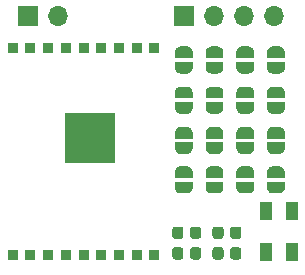
<source format=gbr>
%TF.GenerationSoftware,KiCad,Pcbnew,5.1.9*%
%TF.CreationDate,2021-01-20T22:35:35+01:00*%
%TF.ProjectId,wi-se-rewirable,77692d73-652d-4726-9577-697261626c65,rev?*%
%TF.SameCoordinates,Original*%
%TF.FileFunction,Soldermask,Top*%
%TF.FilePolarity,Negative*%
%FSLAX46Y46*%
G04 Gerber Fmt 4.6, Leading zero omitted, Abs format (unit mm)*
G04 Created by KiCad (PCBNEW 5.1.9) date 2021-01-20 22:35:35*
%MOMM*%
%LPD*%
G01*
G04 APERTURE LIST*
%ADD10R,1.000000X1.500000*%
%ADD11R,1.700000X1.700000*%
%ADD12O,1.700000X1.700000*%
%ADD13C,0.100000*%
%ADD14R,0.912500X0.850000*%
%ADD15R,4.300000X4.300000*%
G04 APERTURE END LIST*
D10*
%TO.C,SW1*%
X127025000Y-84950000D03*
X124825000Y-84950000D03*
X124825000Y-81450000D03*
X127025000Y-81450000D03*
%TD*%
%TO.C,D1*%
G36*
G01*
X117637500Y-83850000D02*
X117162500Y-83850000D01*
G75*
G02*
X116925000Y-83612500I0J237500D01*
G01*
X116925000Y-83037500D01*
G75*
G02*
X117162500Y-82800000I237500J0D01*
G01*
X117637500Y-82800000D01*
G75*
G02*
X117875000Y-83037500I0J-237500D01*
G01*
X117875000Y-83612500D01*
G75*
G02*
X117637500Y-83850000I-237500J0D01*
G01*
G37*
G36*
G01*
X117637500Y-85600000D02*
X117162500Y-85600000D01*
G75*
G02*
X116925000Y-85362500I0J237500D01*
G01*
X116925000Y-84787500D01*
G75*
G02*
X117162500Y-84550000I237500J0D01*
G01*
X117637500Y-84550000D01*
G75*
G02*
X117875000Y-84787500I0J-237500D01*
G01*
X117875000Y-85362500D01*
G75*
G02*
X117637500Y-85600000I-237500J0D01*
G01*
G37*
%TD*%
%TO.C,D2*%
G36*
G01*
X119137500Y-85600000D02*
X118662500Y-85600000D01*
G75*
G02*
X118425000Y-85362500I0J237500D01*
G01*
X118425000Y-84787500D01*
G75*
G02*
X118662500Y-84550000I237500J0D01*
G01*
X119137500Y-84550000D01*
G75*
G02*
X119375000Y-84787500I0J-237500D01*
G01*
X119375000Y-85362500D01*
G75*
G02*
X119137500Y-85600000I-237500J0D01*
G01*
G37*
G36*
G01*
X119137500Y-83850000D02*
X118662500Y-83850000D01*
G75*
G02*
X118425000Y-83612500I0J237500D01*
G01*
X118425000Y-83037500D01*
G75*
G02*
X118662500Y-82800000I237500J0D01*
G01*
X119137500Y-82800000D01*
G75*
G02*
X119375000Y-83037500I0J-237500D01*
G01*
X119375000Y-83612500D01*
G75*
G02*
X119137500Y-83850000I-237500J0D01*
G01*
G37*
%TD*%
%TO.C,D3*%
G36*
G01*
X122537500Y-83850000D02*
X122062500Y-83850000D01*
G75*
G02*
X121825000Y-83612500I0J237500D01*
G01*
X121825000Y-83037500D01*
G75*
G02*
X122062500Y-82800000I237500J0D01*
G01*
X122537500Y-82800000D01*
G75*
G02*
X122775000Y-83037500I0J-237500D01*
G01*
X122775000Y-83612500D01*
G75*
G02*
X122537500Y-83850000I-237500J0D01*
G01*
G37*
G36*
G01*
X122537500Y-85600000D02*
X122062500Y-85600000D01*
G75*
G02*
X121825000Y-85362500I0J237500D01*
G01*
X121825000Y-84787500D01*
G75*
G02*
X122062500Y-84550000I237500J0D01*
G01*
X122537500Y-84550000D01*
G75*
G02*
X122775000Y-84787500I0J-237500D01*
G01*
X122775000Y-85362500D01*
G75*
G02*
X122537500Y-85600000I-237500J0D01*
G01*
G37*
%TD*%
%TO.C,D4*%
G36*
G01*
X121037500Y-85600000D02*
X120562500Y-85600000D01*
G75*
G02*
X120325000Y-85362500I0J237500D01*
G01*
X120325000Y-84787500D01*
G75*
G02*
X120562500Y-84550000I237500J0D01*
G01*
X121037500Y-84550000D01*
G75*
G02*
X121275000Y-84787500I0J-237500D01*
G01*
X121275000Y-85362500D01*
G75*
G02*
X121037500Y-85600000I-237500J0D01*
G01*
G37*
G36*
G01*
X121037500Y-83850000D02*
X120562500Y-83850000D01*
G75*
G02*
X120325000Y-83612500I0J237500D01*
G01*
X120325000Y-83037500D01*
G75*
G02*
X120562500Y-82800000I237500J0D01*
G01*
X121037500Y-82800000D01*
G75*
G02*
X121275000Y-83037500I0J-237500D01*
G01*
X121275000Y-83612500D01*
G75*
G02*
X121037500Y-83850000I-237500J0D01*
G01*
G37*
%TD*%
D11*
%TO.C,J1*%
X104750000Y-65000000D03*
D12*
X107290000Y-65000000D03*
%TD*%
D11*
%TO.C,J2*%
X117920000Y-65000000D03*
D12*
X120460000Y-65000000D03*
X123000000Y-65000000D03*
X125540000Y-65000000D03*
%TD*%
D13*
%TO.C,JP1*%
G36*
X118649398Y-79500000D02*
G01*
X118649398Y-79524534D01*
X118644588Y-79573365D01*
X118635016Y-79621490D01*
X118620772Y-79668445D01*
X118601995Y-79713778D01*
X118578864Y-79757051D01*
X118551604Y-79797850D01*
X118520476Y-79835779D01*
X118485779Y-79870476D01*
X118447850Y-79901604D01*
X118407051Y-79928864D01*
X118363778Y-79951995D01*
X118318445Y-79970772D01*
X118271490Y-79985016D01*
X118223365Y-79994588D01*
X118174534Y-79999398D01*
X118150000Y-79999398D01*
X118150000Y-80000000D01*
X117650000Y-80000000D01*
X117650000Y-79999398D01*
X117625466Y-79999398D01*
X117576635Y-79994588D01*
X117528510Y-79985016D01*
X117481555Y-79970772D01*
X117436222Y-79951995D01*
X117392949Y-79928864D01*
X117352150Y-79901604D01*
X117314221Y-79870476D01*
X117279524Y-79835779D01*
X117248396Y-79797850D01*
X117221136Y-79757051D01*
X117198005Y-79713778D01*
X117179228Y-79668445D01*
X117164984Y-79621490D01*
X117155412Y-79573365D01*
X117150602Y-79524534D01*
X117150602Y-79500000D01*
X117150000Y-79500000D01*
X117150000Y-79000000D01*
X118650000Y-79000000D01*
X118650000Y-79500000D01*
X118649398Y-79500000D01*
G37*
G36*
X117150000Y-78700000D02*
G01*
X117150000Y-78200000D01*
X117150602Y-78200000D01*
X117150602Y-78175466D01*
X117155412Y-78126635D01*
X117164984Y-78078510D01*
X117179228Y-78031555D01*
X117198005Y-77986222D01*
X117221136Y-77942949D01*
X117248396Y-77902150D01*
X117279524Y-77864221D01*
X117314221Y-77829524D01*
X117352150Y-77798396D01*
X117392949Y-77771136D01*
X117436222Y-77748005D01*
X117481555Y-77729228D01*
X117528510Y-77714984D01*
X117576635Y-77705412D01*
X117625466Y-77700602D01*
X117650000Y-77700602D01*
X117650000Y-77700000D01*
X118150000Y-77700000D01*
X118150000Y-77700602D01*
X118174534Y-77700602D01*
X118223365Y-77705412D01*
X118271490Y-77714984D01*
X118318445Y-77729228D01*
X118363778Y-77748005D01*
X118407051Y-77771136D01*
X118447850Y-77798396D01*
X118485779Y-77829524D01*
X118520476Y-77864221D01*
X118551604Y-77902150D01*
X118578864Y-77942949D01*
X118601995Y-77986222D01*
X118620772Y-78031555D01*
X118635016Y-78078510D01*
X118644588Y-78126635D01*
X118649398Y-78175466D01*
X118649398Y-78200000D01*
X118650000Y-78200000D01*
X118650000Y-78700000D01*
X117150000Y-78700000D01*
G37*
%TD*%
%TO.C,JP2*%
G36*
X119750000Y-78700000D02*
G01*
X119750000Y-78200000D01*
X119750602Y-78200000D01*
X119750602Y-78175466D01*
X119755412Y-78126635D01*
X119764984Y-78078510D01*
X119779228Y-78031555D01*
X119798005Y-77986222D01*
X119821136Y-77942949D01*
X119848396Y-77902150D01*
X119879524Y-77864221D01*
X119914221Y-77829524D01*
X119952150Y-77798396D01*
X119992949Y-77771136D01*
X120036222Y-77748005D01*
X120081555Y-77729228D01*
X120128510Y-77714984D01*
X120176635Y-77705412D01*
X120225466Y-77700602D01*
X120250000Y-77700602D01*
X120250000Y-77700000D01*
X120750000Y-77700000D01*
X120750000Y-77700602D01*
X120774534Y-77700602D01*
X120823365Y-77705412D01*
X120871490Y-77714984D01*
X120918445Y-77729228D01*
X120963778Y-77748005D01*
X121007051Y-77771136D01*
X121047850Y-77798396D01*
X121085779Y-77829524D01*
X121120476Y-77864221D01*
X121151604Y-77902150D01*
X121178864Y-77942949D01*
X121201995Y-77986222D01*
X121220772Y-78031555D01*
X121235016Y-78078510D01*
X121244588Y-78126635D01*
X121249398Y-78175466D01*
X121249398Y-78200000D01*
X121250000Y-78200000D01*
X121250000Y-78700000D01*
X119750000Y-78700000D01*
G37*
G36*
X121249398Y-79500000D02*
G01*
X121249398Y-79524534D01*
X121244588Y-79573365D01*
X121235016Y-79621490D01*
X121220772Y-79668445D01*
X121201995Y-79713778D01*
X121178864Y-79757051D01*
X121151604Y-79797850D01*
X121120476Y-79835779D01*
X121085779Y-79870476D01*
X121047850Y-79901604D01*
X121007051Y-79928864D01*
X120963778Y-79951995D01*
X120918445Y-79970772D01*
X120871490Y-79985016D01*
X120823365Y-79994588D01*
X120774534Y-79999398D01*
X120750000Y-79999398D01*
X120750000Y-80000000D01*
X120250000Y-80000000D01*
X120250000Y-79999398D01*
X120225466Y-79999398D01*
X120176635Y-79994588D01*
X120128510Y-79985016D01*
X120081555Y-79970772D01*
X120036222Y-79951995D01*
X119992949Y-79928864D01*
X119952150Y-79901604D01*
X119914221Y-79870476D01*
X119879524Y-79835779D01*
X119848396Y-79797850D01*
X119821136Y-79757051D01*
X119798005Y-79713778D01*
X119779228Y-79668445D01*
X119764984Y-79621490D01*
X119755412Y-79573365D01*
X119750602Y-79524534D01*
X119750602Y-79500000D01*
X119750000Y-79500000D01*
X119750000Y-79000000D01*
X121250000Y-79000000D01*
X121250000Y-79500000D01*
X121249398Y-79500000D01*
G37*
%TD*%
%TO.C,JP3*%
G36*
X122350000Y-78700000D02*
G01*
X122350000Y-78200000D01*
X122350602Y-78200000D01*
X122350602Y-78175466D01*
X122355412Y-78126635D01*
X122364984Y-78078510D01*
X122379228Y-78031555D01*
X122398005Y-77986222D01*
X122421136Y-77942949D01*
X122448396Y-77902150D01*
X122479524Y-77864221D01*
X122514221Y-77829524D01*
X122552150Y-77798396D01*
X122592949Y-77771136D01*
X122636222Y-77748005D01*
X122681555Y-77729228D01*
X122728510Y-77714984D01*
X122776635Y-77705412D01*
X122825466Y-77700602D01*
X122850000Y-77700602D01*
X122850000Y-77700000D01*
X123350000Y-77700000D01*
X123350000Y-77700602D01*
X123374534Y-77700602D01*
X123423365Y-77705412D01*
X123471490Y-77714984D01*
X123518445Y-77729228D01*
X123563778Y-77748005D01*
X123607051Y-77771136D01*
X123647850Y-77798396D01*
X123685779Y-77829524D01*
X123720476Y-77864221D01*
X123751604Y-77902150D01*
X123778864Y-77942949D01*
X123801995Y-77986222D01*
X123820772Y-78031555D01*
X123835016Y-78078510D01*
X123844588Y-78126635D01*
X123849398Y-78175466D01*
X123849398Y-78200000D01*
X123850000Y-78200000D01*
X123850000Y-78700000D01*
X122350000Y-78700000D01*
G37*
G36*
X123849398Y-79500000D02*
G01*
X123849398Y-79524534D01*
X123844588Y-79573365D01*
X123835016Y-79621490D01*
X123820772Y-79668445D01*
X123801995Y-79713778D01*
X123778864Y-79757051D01*
X123751604Y-79797850D01*
X123720476Y-79835779D01*
X123685779Y-79870476D01*
X123647850Y-79901604D01*
X123607051Y-79928864D01*
X123563778Y-79951995D01*
X123518445Y-79970772D01*
X123471490Y-79985016D01*
X123423365Y-79994588D01*
X123374534Y-79999398D01*
X123350000Y-79999398D01*
X123350000Y-80000000D01*
X122850000Y-80000000D01*
X122850000Y-79999398D01*
X122825466Y-79999398D01*
X122776635Y-79994588D01*
X122728510Y-79985016D01*
X122681555Y-79970772D01*
X122636222Y-79951995D01*
X122592949Y-79928864D01*
X122552150Y-79901604D01*
X122514221Y-79870476D01*
X122479524Y-79835779D01*
X122448396Y-79797850D01*
X122421136Y-79757051D01*
X122398005Y-79713778D01*
X122379228Y-79668445D01*
X122364984Y-79621490D01*
X122355412Y-79573365D01*
X122350602Y-79524534D01*
X122350602Y-79500000D01*
X122350000Y-79500000D01*
X122350000Y-79000000D01*
X123850000Y-79000000D01*
X123850000Y-79500000D01*
X123849398Y-79500000D01*
G37*
%TD*%
%TO.C,JP4*%
G36*
X126449398Y-79500000D02*
G01*
X126449398Y-79524534D01*
X126444588Y-79573365D01*
X126435016Y-79621490D01*
X126420772Y-79668445D01*
X126401995Y-79713778D01*
X126378864Y-79757051D01*
X126351604Y-79797850D01*
X126320476Y-79835779D01*
X126285779Y-79870476D01*
X126247850Y-79901604D01*
X126207051Y-79928864D01*
X126163778Y-79951995D01*
X126118445Y-79970772D01*
X126071490Y-79985016D01*
X126023365Y-79994588D01*
X125974534Y-79999398D01*
X125950000Y-79999398D01*
X125950000Y-80000000D01*
X125450000Y-80000000D01*
X125450000Y-79999398D01*
X125425466Y-79999398D01*
X125376635Y-79994588D01*
X125328510Y-79985016D01*
X125281555Y-79970772D01*
X125236222Y-79951995D01*
X125192949Y-79928864D01*
X125152150Y-79901604D01*
X125114221Y-79870476D01*
X125079524Y-79835779D01*
X125048396Y-79797850D01*
X125021136Y-79757051D01*
X124998005Y-79713778D01*
X124979228Y-79668445D01*
X124964984Y-79621490D01*
X124955412Y-79573365D01*
X124950602Y-79524534D01*
X124950602Y-79500000D01*
X124950000Y-79500000D01*
X124950000Y-79000000D01*
X126450000Y-79000000D01*
X126450000Y-79500000D01*
X126449398Y-79500000D01*
G37*
G36*
X124950000Y-78700000D02*
G01*
X124950000Y-78200000D01*
X124950602Y-78200000D01*
X124950602Y-78175466D01*
X124955412Y-78126635D01*
X124964984Y-78078510D01*
X124979228Y-78031555D01*
X124998005Y-77986222D01*
X125021136Y-77942949D01*
X125048396Y-77902150D01*
X125079524Y-77864221D01*
X125114221Y-77829524D01*
X125152150Y-77798396D01*
X125192949Y-77771136D01*
X125236222Y-77748005D01*
X125281555Y-77729228D01*
X125328510Y-77714984D01*
X125376635Y-77705412D01*
X125425466Y-77700602D01*
X125450000Y-77700602D01*
X125450000Y-77700000D01*
X125950000Y-77700000D01*
X125950000Y-77700602D01*
X125974534Y-77700602D01*
X126023365Y-77705412D01*
X126071490Y-77714984D01*
X126118445Y-77729228D01*
X126163778Y-77748005D01*
X126207051Y-77771136D01*
X126247850Y-77798396D01*
X126285779Y-77829524D01*
X126320476Y-77864221D01*
X126351604Y-77902150D01*
X126378864Y-77942949D01*
X126401995Y-77986222D01*
X126420772Y-78031555D01*
X126435016Y-78078510D01*
X126444588Y-78126635D01*
X126449398Y-78175466D01*
X126449398Y-78200000D01*
X126450000Y-78200000D01*
X126450000Y-78700000D01*
X124950000Y-78700000D01*
G37*
%TD*%
%TO.C,JP5*%
G36*
X118649398Y-69350000D02*
G01*
X118649398Y-69374534D01*
X118644588Y-69423365D01*
X118635016Y-69471490D01*
X118620772Y-69518445D01*
X118601995Y-69563778D01*
X118578864Y-69607051D01*
X118551604Y-69647850D01*
X118520476Y-69685779D01*
X118485779Y-69720476D01*
X118447850Y-69751604D01*
X118407051Y-69778864D01*
X118363778Y-69801995D01*
X118318445Y-69820772D01*
X118271490Y-69835016D01*
X118223365Y-69844588D01*
X118174534Y-69849398D01*
X118150000Y-69849398D01*
X118150000Y-69850000D01*
X117650000Y-69850000D01*
X117650000Y-69849398D01*
X117625466Y-69849398D01*
X117576635Y-69844588D01*
X117528510Y-69835016D01*
X117481555Y-69820772D01*
X117436222Y-69801995D01*
X117392949Y-69778864D01*
X117352150Y-69751604D01*
X117314221Y-69720476D01*
X117279524Y-69685779D01*
X117248396Y-69647850D01*
X117221136Y-69607051D01*
X117198005Y-69563778D01*
X117179228Y-69518445D01*
X117164984Y-69471490D01*
X117155412Y-69423365D01*
X117150602Y-69374534D01*
X117150602Y-69350000D01*
X117150000Y-69350000D01*
X117150000Y-68850000D01*
X118650000Y-68850000D01*
X118650000Y-69350000D01*
X118649398Y-69350000D01*
G37*
G36*
X117150000Y-68550000D02*
G01*
X117150000Y-68050000D01*
X117150602Y-68050000D01*
X117150602Y-68025466D01*
X117155412Y-67976635D01*
X117164984Y-67928510D01*
X117179228Y-67881555D01*
X117198005Y-67836222D01*
X117221136Y-67792949D01*
X117248396Y-67752150D01*
X117279524Y-67714221D01*
X117314221Y-67679524D01*
X117352150Y-67648396D01*
X117392949Y-67621136D01*
X117436222Y-67598005D01*
X117481555Y-67579228D01*
X117528510Y-67564984D01*
X117576635Y-67555412D01*
X117625466Y-67550602D01*
X117650000Y-67550602D01*
X117650000Y-67550000D01*
X118150000Y-67550000D01*
X118150000Y-67550602D01*
X118174534Y-67550602D01*
X118223365Y-67555412D01*
X118271490Y-67564984D01*
X118318445Y-67579228D01*
X118363778Y-67598005D01*
X118407051Y-67621136D01*
X118447850Y-67648396D01*
X118485779Y-67679524D01*
X118520476Y-67714221D01*
X118551604Y-67752150D01*
X118578864Y-67792949D01*
X118601995Y-67836222D01*
X118620772Y-67881555D01*
X118635016Y-67928510D01*
X118644588Y-67976635D01*
X118649398Y-68025466D01*
X118649398Y-68050000D01*
X118650000Y-68050000D01*
X118650000Y-68550000D01*
X117150000Y-68550000D01*
G37*
%TD*%
%TO.C,JP6*%
G36*
X121249398Y-69350000D02*
G01*
X121249398Y-69374534D01*
X121244588Y-69423365D01*
X121235016Y-69471490D01*
X121220772Y-69518445D01*
X121201995Y-69563778D01*
X121178864Y-69607051D01*
X121151604Y-69647850D01*
X121120476Y-69685779D01*
X121085779Y-69720476D01*
X121047850Y-69751604D01*
X121007051Y-69778864D01*
X120963778Y-69801995D01*
X120918445Y-69820772D01*
X120871490Y-69835016D01*
X120823365Y-69844588D01*
X120774534Y-69849398D01*
X120750000Y-69849398D01*
X120750000Y-69850000D01*
X120250000Y-69850000D01*
X120250000Y-69849398D01*
X120225466Y-69849398D01*
X120176635Y-69844588D01*
X120128510Y-69835016D01*
X120081555Y-69820772D01*
X120036222Y-69801995D01*
X119992949Y-69778864D01*
X119952150Y-69751604D01*
X119914221Y-69720476D01*
X119879524Y-69685779D01*
X119848396Y-69647850D01*
X119821136Y-69607051D01*
X119798005Y-69563778D01*
X119779228Y-69518445D01*
X119764984Y-69471490D01*
X119755412Y-69423365D01*
X119750602Y-69374534D01*
X119750602Y-69350000D01*
X119750000Y-69350000D01*
X119750000Y-68850000D01*
X121250000Y-68850000D01*
X121250000Y-69350000D01*
X121249398Y-69350000D01*
G37*
G36*
X119750000Y-68550000D02*
G01*
X119750000Y-68050000D01*
X119750602Y-68050000D01*
X119750602Y-68025466D01*
X119755412Y-67976635D01*
X119764984Y-67928510D01*
X119779228Y-67881555D01*
X119798005Y-67836222D01*
X119821136Y-67792949D01*
X119848396Y-67752150D01*
X119879524Y-67714221D01*
X119914221Y-67679524D01*
X119952150Y-67648396D01*
X119992949Y-67621136D01*
X120036222Y-67598005D01*
X120081555Y-67579228D01*
X120128510Y-67564984D01*
X120176635Y-67555412D01*
X120225466Y-67550602D01*
X120250000Y-67550602D01*
X120250000Y-67550000D01*
X120750000Y-67550000D01*
X120750000Y-67550602D01*
X120774534Y-67550602D01*
X120823365Y-67555412D01*
X120871490Y-67564984D01*
X120918445Y-67579228D01*
X120963778Y-67598005D01*
X121007051Y-67621136D01*
X121047850Y-67648396D01*
X121085779Y-67679524D01*
X121120476Y-67714221D01*
X121151604Y-67752150D01*
X121178864Y-67792949D01*
X121201995Y-67836222D01*
X121220772Y-67881555D01*
X121235016Y-67928510D01*
X121244588Y-67976635D01*
X121249398Y-68025466D01*
X121249398Y-68050000D01*
X121250000Y-68050000D01*
X121250000Y-68550000D01*
X119750000Y-68550000D01*
G37*
%TD*%
%TO.C,JP7*%
G36*
X123849398Y-69350000D02*
G01*
X123849398Y-69374534D01*
X123844588Y-69423365D01*
X123835016Y-69471490D01*
X123820772Y-69518445D01*
X123801995Y-69563778D01*
X123778864Y-69607051D01*
X123751604Y-69647850D01*
X123720476Y-69685779D01*
X123685779Y-69720476D01*
X123647850Y-69751604D01*
X123607051Y-69778864D01*
X123563778Y-69801995D01*
X123518445Y-69820772D01*
X123471490Y-69835016D01*
X123423365Y-69844588D01*
X123374534Y-69849398D01*
X123350000Y-69849398D01*
X123350000Y-69850000D01*
X122850000Y-69850000D01*
X122850000Y-69849398D01*
X122825466Y-69849398D01*
X122776635Y-69844588D01*
X122728510Y-69835016D01*
X122681555Y-69820772D01*
X122636222Y-69801995D01*
X122592949Y-69778864D01*
X122552150Y-69751604D01*
X122514221Y-69720476D01*
X122479524Y-69685779D01*
X122448396Y-69647850D01*
X122421136Y-69607051D01*
X122398005Y-69563778D01*
X122379228Y-69518445D01*
X122364984Y-69471490D01*
X122355412Y-69423365D01*
X122350602Y-69374534D01*
X122350602Y-69350000D01*
X122350000Y-69350000D01*
X122350000Y-68850000D01*
X123850000Y-68850000D01*
X123850000Y-69350000D01*
X123849398Y-69350000D01*
G37*
G36*
X122350000Y-68550000D02*
G01*
X122350000Y-68050000D01*
X122350602Y-68050000D01*
X122350602Y-68025466D01*
X122355412Y-67976635D01*
X122364984Y-67928510D01*
X122379228Y-67881555D01*
X122398005Y-67836222D01*
X122421136Y-67792949D01*
X122448396Y-67752150D01*
X122479524Y-67714221D01*
X122514221Y-67679524D01*
X122552150Y-67648396D01*
X122592949Y-67621136D01*
X122636222Y-67598005D01*
X122681555Y-67579228D01*
X122728510Y-67564984D01*
X122776635Y-67555412D01*
X122825466Y-67550602D01*
X122850000Y-67550602D01*
X122850000Y-67550000D01*
X123350000Y-67550000D01*
X123350000Y-67550602D01*
X123374534Y-67550602D01*
X123423365Y-67555412D01*
X123471490Y-67564984D01*
X123518445Y-67579228D01*
X123563778Y-67598005D01*
X123607051Y-67621136D01*
X123647850Y-67648396D01*
X123685779Y-67679524D01*
X123720476Y-67714221D01*
X123751604Y-67752150D01*
X123778864Y-67792949D01*
X123801995Y-67836222D01*
X123820772Y-67881555D01*
X123835016Y-67928510D01*
X123844588Y-67976635D01*
X123849398Y-68025466D01*
X123849398Y-68050000D01*
X123850000Y-68050000D01*
X123850000Y-68550000D01*
X122350000Y-68550000D01*
G37*
%TD*%
%TO.C,JP8*%
G36*
X124950000Y-68550000D02*
G01*
X124950000Y-68050000D01*
X124950602Y-68050000D01*
X124950602Y-68025466D01*
X124955412Y-67976635D01*
X124964984Y-67928510D01*
X124979228Y-67881555D01*
X124998005Y-67836222D01*
X125021136Y-67792949D01*
X125048396Y-67752150D01*
X125079524Y-67714221D01*
X125114221Y-67679524D01*
X125152150Y-67648396D01*
X125192949Y-67621136D01*
X125236222Y-67598005D01*
X125281555Y-67579228D01*
X125328510Y-67564984D01*
X125376635Y-67555412D01*
X125425466Y-67550602D01*
X125450000Y-67550602D01*
X125450000Y-67550000D01*
X125950000Y-67550000D01*
X125950000Y-67550602D01*
X125974534Y-67550602D01*
X126023365Y-67555412D01*
X126071490Y-67564984D01*
X126118445Y-67579228D01*
X126163778Y-67598005D01*
X126207051Y-67621136D01*
X126247850Y-67648396D01*
X126285779Y-67679524D01*
X126320476Y-67714221D01*
X126351604Y-67752150D01*
X126378864Y-67792949D01*
X126401995Y-67836222D01*
X126420772Y-67881555D01*
X126435016Y-67928510D01*
X126444588Y-67976635D01*
X126449398Y-68025466D01*
X126449398Y-68050000D01*
X126450000Y-68050000D01*
X126450000Y-68550000D01*
X124950000Y-68550000D01*
G37*
G36*
X126449398Y-69350000D02*
G01*
X126449398Y-69374534D01*
X126444588Y-69423365D01*
X126435016Y-69471490D01*
X126420772Y-69518445D01*
X126401995Y-69563778D01*
X126378864Y-69607051D01*
X126351604Y-69647850D01*
X126320476Y-69685779D01*
X126285779Y-69720476D01*
X126247850Y-69751604D01*
X126207051Y-69778864D01*
X126163778Y-69801995D01*
X126118445Y-69820772D01*
X126071490Y-69835016D01*
X126023365Y-69844588D01*
X125974534Y-69849398D01*
X125950000Y-69849398D01*
X125950000Y-69850000D01*
X125450000Y-69850000D01*
X125450000Y-69849398D01*
X125425466Y-69849398D01*
X125376635Y-69844588D01*
X125328510Y-69835016D01*
X125281555Y-69820772D01*
X125236222Y-69801995D01*
X125192949Y-69778864D01*
X125152150Y-69751604D01*
X125114221Y-69720476D01*
X125079524Y-69685779D01*
X125048396Y-69647850D01*
X125021136Y-69607051D01*
X124998005Y-69563778D01*
X124979228Y-69518445D01*
X124964984Y-69471490D01*
X124955412Y-69423365D01*
X124950602Y-69374534D01*
X124950602Y-69350000D01*
X124950000Y-69350000D01*
X124950000Y-68850000D01*
X126450000Y-68850000D01*
X126450000Y-69350000D01*
X126449398Y-69350000D01*
G37*
%TD*%
%TO.C,JP9*%
G36*
X117150000Y-71950000D02*
G01*
X117150000Y-71450000D01*
X117150602Y-71450000D01*
X117150602Y-71425466D01*
X117155412Y-71376635D01*
X117164984Y-71328510D01*
X117179228Y-71281555D01*
X117198005Y-71236222D01*
X117221136Y-71192949D01*
X117248396Y-71152150D01*
X117279524Y-71114221D01*
X117314221Y-71079524D01*
X117352150Y-71048396D01*
X117392949Y-71021136D01*
X117436222Y-70998005D01*
X117481555Y-70979228D01*
X117528510Y-70964984D01*
X117576635Y-70955412D01*
X117625466Y-70950602D01*
X117650000Y-70950602D01*
X117650000Y-70950000D01*
X118150000Y-70950000D01*
X118150000Y-70950602D01*
X118174534Y-70950602D01*
X118223365Y-70955412D01*
X118271490Y-70964984D01*
X118318445Y-70979228D01*
X118363778Y-70998005D01*
X118407051Y-71021136D01*
X118447850Y-71048396D01*
X118485779Y-71079524D01*
X118520476Y-71114221D01*
X118551604Y-71152150D01*
X118578864Y-71192949D01*
X118601995Y-71236222D01*
X118620772Y-71281555D01*
X118635016Y-71328510D01*
X118644588Y-71376635D01*
X118649398Y-71425466D01*
X118649398Y-71450000D01*
X118650000Y-71450000D01*
X118650000Y-71950000D01*
X117150000Y-71950000D01*
G37*
G36*
X118649398Y-72750000D02*
G01*
X118649398Y-72774534D01*
X118644588Y-72823365D01*
X118635016Y-72871490D01*
X118620772Y-72918445D01*
X118601995Y-72963778D01*
X118578864Y-73007051D01*
X118551604Y-73047850D01*
X118520476Y-73085779D01*
X118485779Y-73120476D01*
X118447850Y-73151604D01*
X118407051Y-73178864D01*
X118363778Y-73201995D01*
X118318445Y-73220772D01*
X118271490Y-73235016D01*
X118223365Y-73244588D01*
X118174534Y-73249398D01*
X118150000Y-73249398D01*
X118150000Y-73250000D01*
X117650000Y-73250000D01*
X117650000Y-73249398D01*
X117625466Y-73249398D01*
X117576635Y-73244588D01*
X117528510Y-73235016D01*
X117481555Y-73220772D01*
X117436222Y-73201995D01*
X117392949Y-73178864D01*
X117352150Y-73151604D01*
X117314221Y-73120476D01*
X117279524Y-73085779D01*
X117248396Y-73047850D01*
X117221136Y-73007051D01*
X117198005Y-72963778D01*
X117179228Y-72918445D01*
X117164984Y-72871490D01*
X117155412Y-72823365D01*
X117150602Y-72774534D01*
X117150602Y-72750000D01*
X117150000Y-72750000D01*
X117150000Y-72250000D01*
X118650000Y-72250000D01*
X118650000Y-72750000D01*
X118649398Y-72750000D01*
G37*
%TD*%
%TO.C,JP10*%
G36*
X119750000Y-71950000D02*
G01*
X119750000Y-71450000D01*
X119750602Y-71450000D01*
X119750602Y-71425466D01*
X119755412Y-71376635D01*
X119764984Y-71328510D01*
X119779228Y-71281555D01*
X119798005Y-71236222D01*
X119821136Y-71192949D01*
X119848396Y-71152150D01*
X119879524Y-71114221D01*
X119914221Y-71079524D01*
X119952150Y-71048396D01*
X119992949Y-71021136D01*
X120036222Y-70998005D01*
X120081555Y-70979228D01*
X120128510Y-70964984D01*
X120176635Y-70955412D01*
X120225466Y-70950602D01*
X120250000Y-70950602D01*
X120250000Y-70950000D01*
X120750000Y-70950000D01*
X120750000Y-70950602D01*
X120774534Y-70950602D01*
X120823365Y-70955412D01*
X120871490Y-70964984D01*
X120918445Y-70979228D01*
X120963778Y-70998005D01*
X121007051Y-71021136D01*
X121047850Y-71048396D01*
X121085779Y-71079524D01*
X121120476Y-71114221D01*
X121151604Y-71152150D01*
X121178864Y-71192949D01*
X121201995Y-71236222D01*
X121220772Y-71281555D01*
X121235016Y-71328510D01*
X121244588Y-71376635D01*
X121249398Y-71425466D01*
X121249398Y-71450000D01*
X121250000Y-71450000D01*
X121250000Y-71950000D01*
X119750000Y-71950000D01*
G37*
G36*
X121249398Y-72750000D02*
G01*
X121249398Y-72774534D01*
X121244588Y-72823365D01*
X121235016Y-72871490D01*
X121220772Y-72918445D01*
X121201995Y-72963778D01*
X121178864Y-73007051D01*
X121151604Y-73047850D01*
X121120476Y-73085779D01*
X121085779Y-73120476D01*
X121047850Y-73151604D01*
X121007051Y-73178864D01*
X120963778Y-73201995D01*
X120918445Y-73220772D01*
X120871490Y-73235016D01*
X120823365Y-73244588D01*
X120774534Y-73249398D01*
X120750000Y-73249398D01*
X120750000Y-73250000D01*
X120250000Y-73250000D01*
X120250000Y-73249398D01*
X120225466Y-73249398D01*
X120176635Y-73244588D01*
X120128510Y-73235016D01*
X120081555Y-73220772D01*
X120036222Y-73201995D01*
X119992949Y-73178864D01*
X119952150Y-73151604D01*
X119914221Y-73120476D01*
X119879524Y-73085779D01*
X119848396Y-73047850D01*
X119821136Y-73007051D01*
X119798005Y-72963778D01*
X119779228Y-72918445D01*
X119764984Y-72871490D01*
X119755412Y-72823365D01*
X119750602Y-72774534D01*
X119750602Y-72750000D01*
X119750000Y-72750000D01*
X119750000Y-72250000D01*
X121250000Y-72250000D01*
X121250000Y-72750000D01*
X121249398Y-72750000D01*
G37*
%TD*%
%TO.C,JP11*%
G36*
X122350000Y-71950000D02*
G01*
X122350000Y-71450000D01*
X122350602Y-71450000D01*
X122350602Y-71425466D01*
X122355412Y-71376635D01*
X122364984Y-71328510D01*
X122379228Y-71281555D01*
X122398005Y-71236222D01*
X122421136Y-71192949D01*
X122448396Y-71152150D01*
X122479524Y-71114221D01*
X122514221Y-71079524D01*
X122552150Y-71048396D01*
X122592949Y-71021136D01*
X122636222Y-70998005D01*
X122681555Y-70979228D01*
X122728510Y-70964984D01*
X122776635Y-70955412D01*
X122825466Y-70950602D01*
X122850000Y-70950602D01*
X122850000Y-70950000D01*
X123350000Y-70950000D01*
X123350000Y-70950602D01*
X123374534Y-70950602D01*
X123423365Y-70955412D01*
X123471490Y-70964984D01*
X123518445Y-70979228D01*
X123563778Y-70998005D01*
X123607051Y-71021136D01*
X123647850Y-71048396D01*
X123685779Y-71079524D01*
X123720476Y-71114221D01*
X123751604Y-71152150D01*
X123778864Y-71192949D01*
X123801995Y-71236222D01*
X123820772Y-71281555D01*
X123835016Y-71328510D01*
X123844588Y-71376635D01*
X123849398Y-71425466D01*
X123849398Y-71450000D01*
X123850000Y-71450000D01*
X123850000Y-71950000D01*
X122350000Y-71950000D01*
G37*
G36*
X123849398Y-72750000D02*
G01*
X123849398Y-72774534D01*
X123844588Y-72823365D01*
X123835016Y-72871490D01*
X123820772Y-72918445D01*
X123801995Y-72963778D01*
X123778864Y-73007051D01*
X123751604Y-73047850D01*
X123720476Y-73085779D01*
X123685779Y-73120476D01*
X123647850Y-73151604D01*
X123607051Y-73178864D01*
X123563778Y-73201995D01*
X123518445Y-73220772D01*
X123471490Y-73235016D01*
X123423365Y-73244588D01*
X123374534Y-73249398D01*
X123350000Y-73249398D01*
X123350000Y-73250000D01*
X122850000Y-73250000D01*
X122850000Y-73249398D01*
X122825466Y-73249398D01*
X122776635Y-73244588D01*
X122728510Y-73235016D01*
X122681555Y-73220772D01*
X122636222Y-73201995D01*
X122592949Y-73178864D01*
X122552150Y-73151604D01*
X122514221Y-73120476D01*
X122479524Y-73085779D01*
X122448396Y-73047850D01*
X122421136Y-73007051D01*
X122398005Y-72963778D01*
X122379228Y-72918445D01*
X122364984Y-72871490D01*
X122355412Y-72823365D01*
X122350602Y-72774534D01*
X122350602Y-72750000D01*
X122350000Y-72750000D01*
X122350000Y-72250000D01*
X123850000Y-72250000D01*
X123850000Y-72750000D01*
X123849398Y-72750000D01*
G37*
%TD*%
%TO.C,JP12*%
G36*
X126449398Y-72750000D02*
G01*
X126449398Y-72774534D01*
X126444588Y-72823365D01*
X126435016Y-72871490D01*
X126420772Y-72918445D01*
X126401995Y-72963778D01*
X126378864Y-73007051D01*
X126351604Y-73047850D01*
X126320476Y-73085779D01*
X126285779Y-73120476D01*
X126247850Y-73151604D01*
X126207051Y-73178864D01*
X126163778Y-73201995D01*
X126118445Y-73220772D01*
X126071490Y-73235016D01*
X126023365Y-73244588D01*
X125974534Y-73249398D01*
X125950000Y-73249398D01*
X125950000Y-73250000D01*
X125450000Y-73250000D01*
X125450000Y-73249398D01*
X125425466Y-73249398D01*
X125376635Y-73244588D01*
X125328510Y-73235016D01*
X125281555Y-73220772D01*
X125236222Y-73201995D01*
X125192949Y-73178864D01*
X125152150Y-73151604D01*
X125114221Y-73120476D01*
X125079524Y-73085779D01*
X125048396Y-73047850D01*
X125021136Y-73007051D01*
X124998005Y-72963778D01*
X124979228Y-72918445D01*
X124964984Y-72871490D01*
X124955412Y-72823365D01*
X124950602Y-72774534D01*
X124950602Y-72750000D01*
X124950000Y-72750000D01*
X124950000Y-72250000D01*
X126450000Y-72250000D01*
X126450000Y-72750000D01*
X126449398Y-72750000D01*
G37*
G36*
X124950000Y-71950000D02*
G01*
X124950000Y-71450000D01*
X124950602Y-71450000D01*
X124950602Y-71425466D01*
X124955412Y-71376635D01*
X124964984Y-71328510D01*
X124979228Y-71281555D01*
X124998005Y-71236222D01*
X125021136Y-71192949D01*
X125048396Y-71152150D01*
X125079524Y-71114221D01*
X125114221Y-71079524D01*
X125152150Y-71048396D01*
X125192949Y-71021136D01*
X125236222Y-70998005D01*
X125281555Y-70979228D01*
X125328510Y-70964984D01*
X125376635Y-70955412D01*
X125425466Y-70950602D01*
X125450000Y-70950602D01*
X125450000Y-70950000D01*
X125950000Y-70950000D01*
X125950000Y-70950602D01*
X125974534Y-70950602D01*
X126023365Y-70955412D01*
X126071490Y-70964984D01*
X126118445Y-70979228D01*
X126163778Y-70998005D01*
X126207051Y-71021136D01*
X126247850Y-71048396D01*
X126285779Y-71079524D01*
X126320476Y-71114221D01*
X126351604Y-71152150D01*
X126378864Y-71192949D01*
X126401995Y-71236222D01*
X126420772Y-71281555D01*
X126435016Y-71328510D01*
X126444588Y-71376635D01*
X126449398Y-71425466D01*
X126449398Y-71450000D01*
X126450000Y-71450000D01*
X126450000Y-71950000D01*
X124950000Y-71950000D01*
G37*
%TD*%
%TO.C,JP13*%
G36*
X118649398Y-76150000D02*
G01*
X118649398Y-76174534D01*
X118644588Y-76223365D01*
X118635016Y-76271490D01*
X118620772Y-76318445D01*
X118601995Y-76363778D01*
X118578864Y-76407051D01*
X118551604Y-76447850D01*
X118520476Y-76485779D01*
X118485779Y-76520476D01*
X118447850Y-76551604D01*
X118407051Y-76578864D01*
X118363778Y-76601995D01*
X118318445Y-76620772D01*
X118271490Y-76635016D01*
X118223365Y-76644588D01*
X118174534Y-76649398D01*
X118150000Y-76649398D01*
X118150000Y-76650000D01*
X117650000Y-76650000D01*
X117650000Y-76649398D01*
X117625466Y-76649398D01*
X117576635Y-76644588D01*
X117528510Y-76635016D01*
X117481555Y-76620772D01*
X117436222Y-76601995D01*
X117392949Y-76578864D01*
X117352150Y-76551604D01*
X117314221Y-76520476D01*
X117279524Y-76485779D01*
X117248396Y-76447850D01*
X117221136Y-76407051D01*
X117198005Y-76363778D01*
X117179228Y-76318445D01*
X117164984Y-76271490D01*
X117155412Y-76223365D01*
X117150602Y-76174534D01*
X117150602Y-76150000D01*
X117150000Y-76150000D01*
X117150000Y-75650000D01*
X118650000Y-75650000D01*
X118650000Y-76150000D01*
X118649398Y-76150000D01*
G37*
G36*
X117150000Y-75350000D02*
G01*
X117150000Y-74850000D01*
X117150602Y-74850000D01*
X117150602Y-74825466D01*
X117155412Y-74776635D01*
X117164984Y-74728510D01*
X117179228Y-74681555D01*
X117198005Y-74636222D01*
X117221136Y-74592949D01*
X117248396Y-74552150D01*
X117279524Y-74514221D01*
X117314221Y-74479524D01*
X117352150Y-74448396D01*
X117392949Y-74421136D01*
X117436222Y-74398005D01*
X117481555Y-74379228D01*
X117528510Y-74364984D01*
X117576635Y-74355412D01*
X117625466Y-74350602D01*
X117650000Y-74350602D01*
X117650000Y-74350000D01*
X118150000Y-74350000D01*
X118150000Y-74350602D01*
X118174534Y-74350602D01*
X118223365Y-74355412D01*
X118271490Y-74364984D01*
X118318445Y-74379228D01*
X118363778Y-74398005D01*
X118407051Y-74421136D01*
X118447850Y-74448396D01*
X118485779Y-74479524D01*
X118520476Y-74514221D01*
X118551604Y-74552150D01*
X118578864Y-74592949D01*
X118601995Y-74636222D01*
X118620772Y-74681555D01*
X118635016Y-74728510D01*
X118644588Y-74776635D01*
X118649398Y-74825466D01*
X118649398Y-74850000D01*
X118650000Y-74850000D01*
X118650000Y-75350000D01*
X117150000Y-75350000D01*
G37*
%TD*%
%TO.C,JP14*%
G36*
X121249398Y-76150000D02*
G01*
X121249398Y-76174534D01*
X121244588Y-76223365D01*
X121235016Y-76271490D01*
X121220772Y-76318445D01*
X121201995Y-76363778D01*
X121178864Y-76407051D01*
X121151604Y-76447850D01*
X121120476Y-76485779D01*
X121085779Y-76520476D01*
X121047850Y-76551604D01*
X121007051Y-76578864D01*
X120963778Y-76601995D01*
X120918445Y-76620772D01*
X120871490Y-76635016D01*
X120823365Y-76644588D01*
X120774534Y-76649398D01*
X120750000Y-76649398D01*
X120750000Y-76650000D01*
X120250000Y-76650000D01*
X120250000Y-76649398D01*
X120225466Y-76649398D01*
X120176635Y-76644588D01*
X120128510Y-76635016D01*
X120081555Y-76620772D01*
X120036222Y-76601995D01*
X119992949Y-76578864D01*
X119952150Y-76551604D01*
X119914221Y-76520476D01*
X119879524Y-76485779D01*
X119848396Y-76447850D01*
X119821136Y-76407051D01*
X119798005Y-76363778D01*
X119779228Y-76318445D01*
X119764984Y-76271490D01*
X119755412Y-76223365D01*
X119750602Y-76174534D01*
X119750602Y-76150000D01*
X119750000Y-76150000D01*
X119750000Y-75650000D01*
X121250000Y-75650000D01*
X121250000Y-76150000D01*
X121249398Y-76150000D01*
G37*
G36*
X119750000Y-75350000D02*
G01*
X119750000Y-74850000D01*
X119750602Y-74850000D01*
X119750602Y-74825466D01*
X119755412Y-74776635D01*
X119764984Y-74728510D01*
X119779228Y-74681555D01*
X119798005Y-74636222D01*
X119821136Y-74592949D01*
X119848396Y-74552150D01*
X119879524Y-74514221D01*
X119914221Y-74479524D01*
X119952150Y-74448396D01*
X119992949Y-74421136D01*
X120036222Y-74398005D01*
X120081555Y-74379228D01*
X120128510Y-74364984D01*
X120176635Y-74355412D01*
X120225466Y-74350602D01*
X120250000Y-74350602D01*
X120250000Y-74350000D01*
X120750000Y-74350000D01*
X120750000Y-74350602D01*
X120774534Y-74350602D01*
X120823365Y-74355412D01*
X120871490Y-74364984D01*
X120918445Y-74379228D01*
X120963778Y-74398005D01*
X121007051Y-74421136D01*
X121047850Y-74448396D01*
X121085779Y-74479524D01*
X121120476Y-74514221D01*
X121151604Y-74552150D01*
X121178864Y-74592949D01*
X121201995Y-74636222D01*
X121220772Y-74681555D01*
X121235016Y-74728510D01*
X121244588Y-74776635D01*
X121249398Y-74825466D01*
X121249398Y-74850000D01*
X121250000Y-74850000D01*
X121250000Y-75350000D01*
X119750000Y-75350000D01*
G37*
%TD*%
%TO.C,JP15*%
G36*
X122350000Y-75350000D02*
G01*
X122350000Y-74850000D01*
X122350602Y-74850000D01*
X122350602Y-74825466D01*
X122355412Y-74776635D01*
X122364984Y-74728510D01*
X122379228Y-74681555D01*
X122398005Y-74636222D01*
X122421136Y-74592949D01*
X122448396Y-74552150D01*
X122479524Y-74514221D01*
X122514221Y-74479524D01*
X122552150Y-74448396D01*
X122592949Y-74421136D01*
X122636222Y-74398005D01*
X122681555Y-74379228D01*
X122728510Y-74364984D01*
X122776635Y-74355412D01*
X122825466Y-74350602D01*
X122850000Y-74350602D01*
X122850000Y-74350000D01*
X123350000Y-74350000D01*
X123350000Y-74350602D01*
X123374534Y-74350602D01*
X123423365Y-74355412D01*
X123471490Y-74364984D01*
X123518445Y-74379228D01*
X123563778Y-74398005D01*
X123607051Y-74421136D01*
X123647850Y-74448396D01*
X123685779Y-74479524D01*
X123720476Y-74514221D01*
X123751604Y-74552150D01*
X123778864Y-74592949D01*
X123801995Y-74636222D01*
X123820772Y-74681555D01*
X123835016Y-74728510D01*
X123844588Y-74776635D01*
X123849398Y-74825466D01*
X123849398Y-74850000D01*
X123850000Y-74850000D01*
X123850000Y-75350000D01*
X122350000Y-75350000D01*
G37*
G36*
X123849398Y-76150000D02*
G01*
X123849398Y-76174534D01*
X123844588Y-76223365D01*
X123835016Y-76271490D01*
X123820772Y-76318445D01*
X123801995Y-76363778D01*
X123778864Y-76407051D01*
X123751604Y-76447850D01*
X123720476Y-76485779D01*
X123685779Y-76520476D01*
X123647850Y-76551604D01*
X123607051Y-76578864D01*
X123563778Y-76601995D01*
X123518445Y-76620772D01*
X123471490Y-76635016D01*
X123423365Y-76644588D01*
X123374534Y-76649398D01*
X123350000Y-76649398D01*
X123350000Y-76650000D01*
X122850000Y-76650000D01*
X122850000Y-76649398D01*
X122825466Y-76649398D01*
X122776635Y-76644588D01*
X122728510Y-76635016D01*
X122681555Y-76620772D01*
X122636222Y-76601995D01*
X122592949Y-76578864D01*
X122552150Y-76551604D01*
X122514221Y-76520476D01*
X122479524Y-76485779D01*
X122448396Y-76447850D01*
X122421136Y-76407051D01*
X122398005Y-76363778D01*
X122379228Y-76318445D01*
X122364984Y-76271490D01*
X122355412Y-76223365D01*
X122350602Y-76174534D01*
X122350602Y-76150000D01*
X122350000Y-76150000D01*
X122350000Y-75650000D01*
X123850000Y-75650000D01*
X123850000Y-76150000D01*
X123849398Y-76150000D01*
G37*
%TD*%
%TO.C,JP16*%
G36*
X124950000Y-75350000D02*
G01*
X124950000Y-74850000D01*
X124950602Y-74850000D01*
X124950602Y-74825466D01*
X124955412Y-74776635D01*
X124964984Y-74728510D01*
X124979228Y-74681555D01*
X124998005Y-74636222D01*
X125021136Y-74592949D01*
X125048396Y-74552150D01*
X125079524Y-74514221D01*
X125114221Y-74479524D01*
X125152150Y-74448396D01*
X125192949Y-74421136D01*
X125236222Y-74398005D01*
X125281555Y-74379228D01*
X125328510Y-74364984D01*
X125376635Y-74355412D01*
X125425466Y-74350602D01*
X125450000Y-74350602D01*
X125450000Y-74350000D01*
X125950000Y-74350000D01*
X125950000Y-74350602D01*
X125974534Y-74350602D01*
X126023365Y-74355412D01*
X126071490Y-74364984D01*
X126118445Y-74379228D01*
X126163778Y-74398005D01*
X126207051Y-74421136D01*
X126247850Y-74448396D01*
X126285779Y-74479524D01*
X126320476Y-74514221D01*
X126351604Y-74552150D01*
X126378864Y-74592949D01*
X126401995Y-74636222D01*
X126420772Y-74681555D01*
X126435016Y-74728510D01*
X126444588Y-74776635D01*
X126449398Y-74825466D01*
X126449398Y-74850000D01*
X126450000Y-74850000D01*
X126450000Y-75350000D01*
X124950000Y-75350000D01*
G37*
G36*
X126449398Y-76150000D02*
G01*
X126449398Y-76174534D01*
X126444588Y-76223365D01*
X126435016Y-76271490D01*
X126420772Y-76318445D01*
X126401995Y-76363778D01*
X126378864Y-76407051D01*
X126351604Y-76447850D01*
X126320476Y-76485779D01*
X126285779Y-76520476D01*
X126247850Y-76551604D01*
X126207051Y-76578864D01*
X126163778Y-76601995D01*
X126118445Y-76620772D01*
X126071490Y-76635016D01*
X126023365Y-76644588D01*
X125974534Y-76649398D01*
X125950000Y-76649398D01*
X125950000Y-76650000D01*
X125450000Y-76650000D01*
X125450000Y-76649398D01*
X125425466Y-76649398D01*
X125376635Y-76644588D01*
X125328510Y-76635016D01*
X125281555Y-76620772D01*
X125236222Y-76601995D01*
X125192949Y-76578864D01*
X125152150Y-76551604D01*
X125114221Y-76520476D01*
X125079524Y-76485779D01*
X125048396Y-76447850D01*
X125021136Y-76407051D01*
X124998005Y-76363778D01*
X124979228Y-76318445D01*
X124964984Y-76271490D01*
X124955412Y-76223365D01*
X124950602Y-76174534D01*
X124950602Y-76150000D01*
X124950000Y-76150000D01*
X124950000Y-75650000D01*
X126450000Y-75650000D01*
X126450000Y-76150000D01*
X126449398Y-76150000D01*
G37*
%TD*%
D14*
%TO.C,U2*%
X103410000Y-67722500D03*
X104910000Y-67722500D03*
X106410000Y-67722500D03*
X107910000Y-67722500D03*
X109410000Y-67722500D03*
X110910000Y-67722500D03*
X112410000Y-67722500D03*
X113910000Y-67722500D03*
X115410000Y-67722500D03*
X115410000Y-85197500D03*
X113910000Y-85197500D03*
X112410000Y-85197500D03*
X110910000Y-85197500D03*
X109410000Y-85197500D03*
X107910000Y-85197500D03*
X106410000Y-85197500D03*
X104910000Y-85197500D03*
X103410000Y-85197500D03*
D15*
X109990000Y-75340000D03*
%TD*%
M02*

</source>
